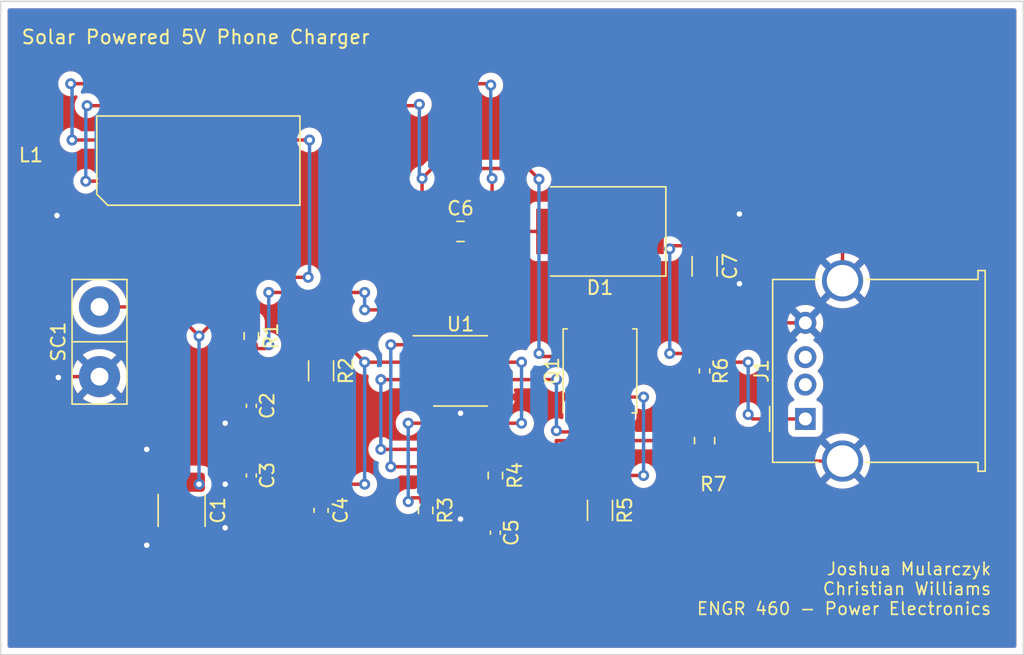
<source format=kicad_pcb>
(kicad_pcb (version 20211014) (generator pcbnew)
  (layers (0 "F.Cu" signal) (31 "B.Cu" signal) (34 "B.Paste" user) (35 "F.Paste" user) (36 "B.SilkS" user "B.Silkscreen") (37 "F.SilkS" user "F.Silkscreen") (38 "B.Mask" user) (39 "F.Mask" user) (44 "Edge.Cuts" user))
  (net 0 "")
  (net 1 "Net-(C4-Pad1)")
  (net 2 "Net-(C3-Pad1)")
  (net 3 "Net-(C5-Pad1)")
  (net 4 "GND")
  (net 5 "Net-(C1-Pad1)")
  (net 6 "Net-(C2-Pad1)")
  (net 7 "Net-(R3-Pad1)")
  (net 8 "Net-(R4-Pad1)")
  (net 9 "Net-(C7-Pad1)")
  (net 10 "Net-(R6-Pad2)")
  (net 11 "Net-(Q1-Pad5)")
  (net 12 "Net-(U1-Pad6)")
  (net 13 "Net-(C6-Pad2)")
  (footprint "SolarChargelibrary:SIP-2" (layer "F.Cu") (at 100.7 69 -90)
    (fp_text reference "SC1" (at 0 3 90) (layer "F.SilkS"))
    (fp_text value "Solar_Cell")
    (fp_line (start 4.54 -2) (end 4.54 2) (layer "F.SilkS") (width 0.12))
    (fp_line (start 0 -2) (end 0 2) (layer "F.SilkS") (width 0.12))
    (fp_line (start -4.54 -2) (end 4.54 -2) (layer "F.SilkS") (width 0.12))
    (fp_line (start -4.54 2) (end -4.54 -2) (layer "F.SilkS") (width 0.12))
    (fp_line (start 4.54 2) (end -4.54 2) (layer "F.SilkS") (width 0.12))
    (pad "1" thru_hole circle (at -2.54 0 270) (size 3 3) (drill 1.3) (layers *.Cu *.Mask) (net 5 "Net-(C1-Pad1)"))
    (pad "2" thru_hole circle (at 2.54 0 270) (size 3 3) (drill 1.3) (layers *.Cu *.Mask) (net 4 "GND"))
  )
  (footprint "Diode_SMD:D_SMC" (layer "F.Cu") (at 137.16 60.96 180)
    (fp_text reference "D1" (at 0 -4.1 180) (layer "F.SilkS"))
    (fp_text value "B340")
    (fp_line (start -4.8 3.25) (end -4.8 -3.25) (layer "F.SilkS") (width 0.12))
    (fp_line (start -4.8 3.25) (end 3.6 3.25) (layer "F.SilkS") (width 0.12))
    (fp_line (start -4.8 -3.25) (end 3.6 -3.25) (layer "F.SilkS") (width 0.12))
    (pad "1" smd rect (at -3.4 0 270) (size 3.3 2.5) (layers "F.Cu" "F.Paste" "F.Mask") (net 9 "Net-(C7-Pad1)"))
    (pad "2" smd rect (at 3.4 0 270) (size 3.3 2.5) (layers "F.Cu" "F.Paste" "F.Mask") (net 13 "Net-(C6-Pad2)"))
  )
  (footprint "Package_SO:SOIC-8_3.9x4.9mm_P1.27mm" (layer "F.Cu") (at 127 71.12)
    (fp_text reference "U1" (at 0 -3.4) (layer "F.SilkS"))
    (fp_text value "LM3478MA_NOPB")
    (fp_line (start 0 2.56) (end 1.95 2.56) (layer "F.SilkS") (width 0.12))
    (fp_line (start 0 2.56) (end -1.95 2.56) (layer "F.SilkS") (width 0.12))
    (fp_line (start 0 -2.56) (end -3.45 -2.56) (layer "F.SilkS") (width 0.12))
    (fp_line (start 0 -2.56) (end 1.95 -2.56) (layer "F.SilkS") (width 0.12))
    (pad "1" smd roundrect (at -2.475 -1.905) (size 1.95 0.6) (layers "F.Cu" "F.Paste" "F.Mask") (net 8 "Net-(R4-Pad1)"))
    (pad "2" smd roundrect (at -2.475 -0.635) (size 1.95 0.6) (layers "F.Cu" "F.Paste" "F.Mask") (net 1 "Net-(C4-Pad1)"))
    (pad "3" smd roundrect (at -2.475 0.635) (size 1.95 0.6) (layers "F.Cu" "F.Paste" "F.Mask") (net 10 "Net-(R6-Pad2)"))
    (pad "4" smd roundrect (at -2.475 1.905) (size 1.95 0.6) (layers "F.Cu" "F.Paste" "F.Mask") (net 4 "GND"))
    (pad "5" smd roundrect (at 2.475 1.905) (size 1.95 0.6) (layers "F.Cu" "F.Paste" "F.Mask") (net 4 "GND"))
    (pad "6" smd roundrect (at 2.475 0.635) (size 1.95 0.6) (layers "F.Cu" "F.Paste" "F.Mask") (net 12 "Net-(U1-Pad6)"))
    (pad "7" smd roundrect (at 2.475 -0.635) (size 1.95 0.6) (layers "F.Cu" "F.Paste" "F.Mask") (net 7 "Net-(R3-Pad1)"))
    (pad "8" smd roundrect (at 2.475 -1.905) (size 1.95 0.6) (layers "F.Cu" "F.Paste" "F.Mask") (net 6 "Net-(C2-Pad1)"))
  )
  (footprint "SolarChargelibrary:DRQ" (layer "F.Cu") (at 107.9 55.8)
    (fp_text reference "L1" (at -12.2 -0.4 180) (layer "F.SilkS"))
    (fp_text value "10u")
    (fp_line (start -6.6 3.25) (end -7.4 2.45) (layer "F.SilkS") (width 0.12))
    (fp_line (start 7.4 -3.25) (end 7.4 3.25) (layer "F.SilkS") (width 0.12))
    (fp_line (start -7.4 2.45) (end -7.4 -3.25) (layer "F.SilkS") (width 0.12))
    (fp_line (start 7.4 3.25) (end -6.6 3.25) (layer "F.SilkS") (width 0.12))
    (fp_line (start -7.4 -3.25) (end 7.4 -3.25) (layer "F.SilkS") (width 0.12))
    (pad "1" smd rect (at -4.975 1.5) (size 3.85 2.5) (layers "F.Cu" "F.Paste" "F.Mask") (net 11 "Net-(Q1-Pad5)"))
    (pad "2" smd rect (at -4.975 -1.5) (size 3.85 2.5) (layers "F.Cu" "F.Paste" "F.Mask") (net 13 "Net-(C6-Pad2)"))
    (pad "3" smd rect (at 4.975 -1.5) (size 3.85 2.5) (layers "F.Cu" "F.Paste" "F.Mask") (net 5 "Net-(C1-Pad1)"))
    (pad "4" smd rect (at 4.975 1.5) (size 3.85 2.5) (layers "F.Cu" "F.Paste" "F.Mask") (net 4 "GND"))
  )
  (footprint "Resistor_SMD:R_1206_3216Metric" (layer "F.Cu") (at 116.84 71.12 -90)
    (fp_text reference "R2" (at 0 -1.82 -90) (layer "F.SilkS"))
    (fp_text value "887")
    (fp_line (start -0.727064 0.91) (end 0.727064 0.91) (layer "F.SilkS") (width 0.12))
    (fp_line (start -0.727064 -0.91) (end 0.727064 -0.91) (layer "F.SilkS") (width 0.12))
    (pad "1" smd roundrect (at -1.4625 0 270) (size 1.125 1.75) (layers "F.Cu" "F.Paste" "F.Mask") (roundrect_rratio 0.222222) (net 1 "Net-(C4-Pad1)"))
    (pad "2" smd roundrect (at 1.4625 0 270) (size 1.125 1.75) (layers "F.Cu" "F.Paste" "F.Mask") (roundrect_rratio 0.222222) (net 2 "Net-(C3-Pad1)"))
  )
  (footprint "Resistor_SMD:R_0603_1608Metric" (layer "F.Cu") (at 124.46 81.28 -90)
    (fp_text reference "R3" (at 0 -1.43 -90) (layer "F.SilkS"))
    (fp_text value "51.1k")
    (fp_line (start -0.237258 0.5225) (end 0.237258 0.5225) (layer "F.SilkS") (width 0.12))
    (fp_line (start -0.237258 -0.5225) (end 0.237258 -0.5225) (layer "F.SilkS") (width 0.12))
    (pad "1" smd roundrect (at -0.825 0 270) (size 0.8 0.95) (layers "F.Cu" "F.Paste" "F.Mask") (net 7 "Net-(R3-Pad1)"))
    (pad "2" smd roundrect (at 0.825 0 270) (size 0.8 0.95) (layers "F.Cu" "F.Paste" "F.Mask") (net 4 "GND"))
  )
  (footprint "Capacitor_SMD:C_0805_2012Metric" (layer "F.Cu") (at 127 60.96)
    (fp_text reference "C6" (at 0 -1.68) (layer "F.SilkS"))
    (fp_text value "1u")
    (fp_line (start -0.261252 -0.735) (end 0.261252 -0.735) (layer "F.SilkS") (width 0.12))
    (fp_line (start -0.261252 0.735) (end 0.261252 0.735) (layer "F.SilkS") (width 0.12))
    (pad "1" smd roundrect (at -0.95 0) (size 1 1.45) (layers "F.Cu" "F.Paste" "F.Mask") (net 11 "Net-(Q1-Pad5)"))
    (pad "2" smd roundrect (at 0.95 0) (size 1 1.45) (layers "F.Cu" "F.Paste" "F.Mask") (net 13 "Net-(C6-Pad2)"))
  )
  (footprint "Resistor_SMD:R_0603_1608Metric" (layer "F.Cu") (at 129.54 78.74 -90)
    (fp_text reference "R4" (at 0 -1.43 -90) (layer "F.SilkS"))
    (fp_text value "100")
    (fp_line (start -0.237258 -0.5225) (end 0.237258 -0.5225) (layer "F.SilkS") (width 0.12))
    (fp_line (start -0.237258 0.5225) (end 0.237258 0.5225) (layer "F.SilkS") (width 0.12))
    (pad "1" smd roundrect (at -0.825 0 270) (size 0.8 0.95) (layers "F.Cu" "F.Paste" "F.Mask") (net 8 "Net-(R4-Pad1)"))
    (pad "2" smd roundrect (at 0.825 0 270) (size 0.8 0.95) (layers "F.Cu" "F.Paste" "F.Mask") (net 3 "Net-(C5-Pad1)"))
  )
  (footprint "Capacitor_SMD:C_0402_1005Metric" (layer "F.Cu") (at 111.76 78.74 -90)
    (fp_text reference "C3" (at 0 -1.16 -90) (layer "F.SilkS"))
    (fp_text value "82n")
    (fp_line (start -0.107836 0.36) (end 0.107836 0.36) (layer "F.SilkS") (width 0.12))
    (fp_line (start -0.107836 -0.36) (end 0.107836 -0.36) (layer "F.SilkS") (width 0.12))
    (pad "1" smd roundrect (at -0.48 0 270) (size 0.56 0.62) (layers "F.Cu" "F.Paste" "F.Mask") (net 2 "Net-(C3-Pad1)"))
    (pad "2" smd roundrect (at 0.48 0 270) (size 0.56 0.62) (layers "F.Cu" "F.Paste" "F.Mask") (net 4 "GND"))
  )
  (footprint "Capacitor_SMD:C_0402_1005Metric" (layer "F.Cu") (at 111.76 73.66 -90)
    (fp_text reference "C2" (at 0 -1.16 -90) (layer "F.SilkS"))
    (fp_text value "100n")
    (fp_line (start -0.107836 -0.36) (end 0.107836 -0.36) (layer "F.SilkS") (width 0.12))
    (fp_line (start -0.107836 0.36) (end 0.107836 0.36) (layer "F.SilkS") (width 0.12))
    (pad "1" smd roundrect (at -0.48 0 270) (size 0.56 0.62) (layers "F.Cu" "F.Paste" "F.Mask") (net 6 "Net-(C2-Pad1)"))
    (pad "2" smd roundrect (at 0.48 0 270) (size 0.56 0.62) (layers "F.Cu" "F.Paste" "F.Mask") (net 4 "GND"))
  )
  (footprint "Resistor_SMD:R_0603_1608Metric" (layer "F.Cu") (at 111.76 68.58 -90)
    (fp_text reference "R1" (at 0 -1.43 -90) (layer "F.SilkS"))
    (fp_text value "20")
    (fp_line (start -0.237258 0.5225) (end 0.237258 0.5225) (layer "F.SilkS") (width 0.12))
    (fp_line (start -0.237258 -0.5225) (end 0.237258 -0.5225) (layer "F.SilkS") (width 0.12))
    (pad "1" smd roundrect (at -0.825 0 270) (size 0.8 0.95) (layers "F.Cu" "F.Paste" "F.Mask") (net 5 "Net-(C1-Pad1)"))
    (pad "2" smd roundrect (at 0.825 0 270) (size 0.8 0.95) (layers "F.Cu" "F.Paste" "F.Mask") (net 6 "Net-(C2-Pad1)"))
  )
  (footprint "Resistor_SMD:R_0402_1005Metric" (layer "F.Cu") (at 144.78 71.12 -90)
    (fp_text reference "R6" (at 0 -1.17 -90) (layer "F.SilkS"))
    (fp_text value "29.4k")
    (fp_line (start -0.153641 -0.38) (end 0.153641 -0.38) (layer "F.SilkS") (width 0.12))
    (fp_line (start -0.153641 0.38) (end 0.153641 0.38) (layer "F.SilkS") (width 0.12))
    (pad "1" smd roundrect (at -0.51 0 270) (size 0.54 0.64) (layers "F.Cu" "F.Paste" "F.Mask") (net 9 "Net-(C7-Pad1)"))
    (pad "2" smd roundrect (at 0.51 0 270) (size 0.54 0.64) (layers "F.Cu" "F.Paste" "F.Mask") (net 10 "Net-(R6-Pad2)"))
  )
  (footprint "Capacitor_SMD:C_1812_4532Metric" (layer "F.Cu") (at 106.68 81.28 -90)
    (fp_text reference "C1" (at 0 -2.65 -90) (layer "F.SilkS"))
    (fp_text value "10u")
    (fp_line (start -1.161252 -1.71) (end 1.161252 -1.71) (layer "F.SilkS") (width 0.12))
    (fp_line (start -1.161252 1.71) (end 1.161252 1.71) (layer "F.SilkS") (width 0.12))
    (pad "1" smd roundrect (at -2.05 0 270) (size 1.4 3.4) (layers "F.Cu" "F.Paste" "F.Mask") (roundrect_rratio 0.178571) (net 5 "Net-(C1-Pad1)"))
    (pad "2" smd roundrect (at 2.05 0 270) (size 1.4 3.4) (layers "F.Cu" "F.Paste" "F.Mask") (roundrect_rratio 0.178571) (net 4 "GND"))
  )
  (footprint "Resistor_SMD:R_0805_2012Metric" (layer "F.Cu") (at 144.78 76.2 -90)
    (fp_text reference "R7" (at 3.175 -0.635 180) (layer "F.SilkS"))
    (fp_text value "10k")
    (fp_line (start -0.227064 0.735) (end 0.227064 0.735) (layer "F.SilkS") (width 0.12))
    (fp_line (start -0.227064 -0.735) (end 0.227064 -0.735) (layer "F.SilkS") (width 0.12))
    (pad "1" smd roundrect (at -0.9125 0 270) (size 1.025 1.4) (layers "F.Cu" "F.Paste" "F.Mask") (roundrect_rratio 0.243902439) (net 10 "Net-(R6-Pad2)"))
    (pad "2" smd roundrect (at 0.9125 0 270) (size 1.025 1.4) (layers "F.Cu" "F.Paste" "F.Mask") (roundrect_rratio 0.243902439) (net 4 "GND"))
  )
  (footprint "Package_TO_SOT_SMD:TDSON-8-1" (layer "F.Cu") (at 137.16 71.12 90)
    (fp_text reference "Q1" (at 0 -3.5 90) (layer "F.SilkS"))
    (fp_text value "CSD16410Q5A")
    (fp_line (start -3.06 2.335) (end -3.06 2.685) (layer "F.SilkS") (width 0.12))
    (fp_line (start 3.06 2.685) (end -3.06 2.685) (layer "F.SilkS") (width 0.12))
    (fp_line (start 3.06 -2.385) (end 3.06 -2.685) (layer "F.SilkS") (width 0.12))
    (fp_line (start 3.06 -2.685) (end -3.06 -2.685) (layer "F.SilkS") (width 0.12))
    (fp_line (start 3.06 2.385) (end 3.06 2.685) (layer "F.SilkS") (width 0.12))
    (pad "1" smd rect (at -2.9 -1.905 90) (size 0.85 0.5) (layers "F.Cu" "F.Paste" "F.Mask") (net 3 "Net-(C5-Pad1)"))
    (pad "2" smd rect (at -2.9 -0.635 90) (size 0.85 0.5) (layers "F.Cu" "F.Paste" "F.Mask") (net 3 "Net-(C5-Pad1)"))
    (pad "3" smd rect (at -2.9 0.635 90) (size 0.85 0.5) (layers "F.Cu" "F.Paste" "F.Mask") (net 3 "Net-(C5-Pad1)"))
    (pad "4" smd rect (at -2.9 1.905 90) (size 0.85 0.5) (layers "F.Cu" "F.Paste" "F.Mask") (net 12 "Net-(U1-Pad6)"))
    (pad "5" smd rect (at 1.05 0 90) (size 4.55 4.41) (layers "F.Cu") (net 11 "Net-(Q1-Pad5)"))
  )
  (footprint "Connector_USB:USB_A_Molex_67643_Horizontal" (layer "F.Cu") (at 152.12 74.62 90)
    (fp_text reference "J1" (at 3.5 -3.19 90) (layer "F.SilkS"))
    (fp_text value "USB_A")
    (fp_line (start 10.81 13.1) (end 10.81 12.58) (layer "F.SilkS") (width 0.12))
    (fp_line (start 10.81 12.58) (end 10.16 12.58) (layer "F.SilkS") (width 0.12))
    (fp_line (start -3.16 12.58) (end -3.81 12.58) (layer "F.SilkS") (width 0.12))
    (fp_line (start 10.16 -2.38) (end 10.16 0.95) (layer "F.SilkS") (width 0.12))
    (fp_line (start 10.16 4.47) (end 10.16 12.58) (layer "F.SilkS") (width 0.12))
    (fp_line (start -3.16 -2.38) (end 10.16 -2.38) (layer "F.SilkS") (width 0.12))
    (fp_line (start -0.9 -2.6) (end 0.9 -2.6) (layer "F.SilkS") (width 0.12))
    (fp_line (start -3.16 12.58) (end -3.16 4.47) (layer "F.SilkS") (width 0.12))
    (fp_line (start -3.16 -2.38) (end -3.16 0.95) (layer "F.SilkS") (width 0.12))
    (fp_line (start -3.81 13.1) (end 10.81 13.1) (layer "F.SilkS") (width 0.12))
    (fp_line (start -3.81 12.58) (end -3.81 13.1) (layer "F.SilkS") (width 0.12))
    (pad "1" thru_hole rect (at 0 0 90) (size 1.6 1.5) (drill 0.95) (layers *.Cu *.Mask) (net 9 "Net-(C7-Pad1)"))
    (pad "2" thru_hole circle (at 2.5 0 90) (size 1.6 1.6) (drill 0.95) (layers *.Cu *.Mask))
    (pad "3" thru_hole circle (at 4.5 0 90) (size 1.6 1.6) (drill 0.95) (layers *.Cu *.Mask))
    (pad "4" thru_hole circle (at 7 0 90) (size 1.6 1.6) (drill 0.95) (layers *.Cu *.Mask) (net 4 "GND"))
    (pad "5" thru_hole circle (at 10.07 2.71 90) (size 3 3) (drill 2.3) (layers *.Cu *.Mask) (net 4 "GND"))
    (pad "5" thru_hole circle (at -3.07 2.71 90) (size 3 3) (drill 2.3) (layers *.Cu *.Mask) (net 4 "GND"))
  )
  (footprint "Capacitor_SMD:C_1206_3216Metric" (layer "F.Cu") (at 144.78 63.5 -90)
    (fp_text reference "C7" (at 0 -1.85 -90) (layer "F.SilkS"))
    (fp_text value "47u")
    (fp_line (start -0.711252 -0.91) (end 0.711252 -0.91) (layer "F.SilkS") (width 0.12))
    (fp_line (start -0.711252 0.91) (end 0.711252 0.91) (layer "F.SilkS") (width 0.12))
    (pad "1" smd roundrect (at -1.475 0 270) (size 1.15 1.8) (layers "F.Cu" "F.Paste" "F.Mask") (roundrect_rratio 0.217391) (net 9 "Net-(C7-Pad1)"))
    (pad "2" smd roundrect (at 1.475 0 270) (size 1.15 1.8) (layers "F.Cu" "F.Paste" "F.Mask") (roundrect_rratio 0.217391) (net 4 "GND"))
  )
  (footprint "Capacitor_SMD:C_0402_1005Metric" (layer "F.Cu") (at 129.54 82.9075 -90)
    (fp_text reference "C5" (at 0 -1.16 -90) (layer "F.SilkS"))
    (fp_text value "1n")
    (fp_line (start -0.107836 0.36) (end 0.107836 0.36) (layer "F.SilkS") (width 0.12))
    (fp_line (start -0.107836 -0.36) (end 0.107836 -0.36) (layer "F.SilkS") (width 0.12))
    (pad "1" smd roundrect (at -0.48 0 270) (size 0.56 0.62) (layers "F.Cu" "F.Paste" "F.Mask") (net 3 "Net-(C5-Pad1)"))
    (pad "2" smd roundrect (at 0.48 0 270) (size 0.56 0.62) (layers "F.Cu" "F.Paste" "F.Mask") (net 4 "GND"))
  )
  (footprint "Capacitor_SMD:C_0603_1608Metric" (layer "F.Cu") (at 116.84 81.28 -90)
    (fp_text reference "C4" (at 0 -1.43 -90) (layer "F.SilkS"))
    (fp_text value "200p")
    (fp_line (start -0.14058 -0.51) (end 0.14058 -0.51) (layer "F.SilkS") (width 0.12))
    (fp_line (start -0.14058 0.51) (end 0.14058 0.51) (layer "F.SilkS") (width 0.12))
    (pad "1" smd roundrect (at -0.775 0 270) (size 0.9 0.95) (layers "F.Cu" "F.Paste" "F.Mask") (net 1 "Net-(C4-Pad1)"))
    (pad "2" smd roundrect (at 0.775 0 270) (size 0.9 0.95) (layers "F.Cu" "F.Paste" "F.Mask") (net 4 "GND"))
  )
  (footprint "Resistor_SMD:R_1206_3216Metric" (layer "F.Cu") (at 137.16 81.28 -90)
    (fp_text reference "R5" (at 0 -1.82 -90) (layer "F.SilkS"))
    (fp_text value "25m")
    (fp_line (start -0.727064 0.91) (end 0.727064 0.91) (layer "F.SilkS") (width 0.12))
    (fp_line (start -0.727064 -0.91) (end 0.727064 -0.91) (layer "F.SilkS") (width 0.12))
    (pad "1" smd roundrect (at -1.4625 0 270) (size 1.125 1.75) (layers "F.Cu" "F.Paste" "F.Mask") (roundrect_rratio 0.222222) (net 3 "Net-(C5-Pad1)"))
    (pad "2" smd roundrect (at 1.4625 0 270) (size 1.125 1.75) (layers "F.Cu" "F.Paste" "F.Mask") (roundrect_rratio 0.222222) (net 4 "GND"))
  )
  (gr_rect (start 168 91.8) (end 93.5 44.2) (layer "Edge.Cuts") (width 0.1) (fill none))
  (gr_text "Solar Powered 5V Phone Charger" (at 107.7 46.8) (layer "F.SilkS") (effects (font (size 1 1))))
  (gr_text "Joshua Mularczyk\nChristian Williams\nENGR 460 - Power Electronics" (at 165.735 86.995) (layer "F.SilkS") (effects (font (size 0.9 0.9) (thickness 0.125)) (justify right)))
  (segment (start 120.015 70.485) (end 118.05 68.52) (width 0.25) (layer "F.Cu") (net 1))
  (segment (start 117.0725 79.375) (end 120.015 79.375) (width 0.25) (layer "F.Cu") (net 1))
  (segment (start 120.015 70.485) (end 124.525 70.485) (width 0.25) (layer "F.Cu") (net 1))
  (segment (start 116.84 79.1425) (end 117.0725 79.375) (width 0.25) (layer "F.Cu") (net 1))
  (segment (start 118.05 68.52) (end 116.84 68.52) (width 0.25) (layer "F.Cu") (net 1))
  (segment (start 116.84 80.505) (end 116.84 79.1425) (width 0.25) (layer "F.Cu") (net 1))
  (segment (start 116.84 69.6575) (end 116.84 68.52) (width 0.25) (layer "F.Cu") (net 1))
  (via (at 120.015 70.485) (size 0.8) (drill 0.4) (layers "F.Cu" "B.Cu") (net 1))
  (via (at 120.015 79.375) (size 0.8) (drill 0.4) (layers "F.Cu" "B.Cu") (net 1))
  (segment (start 120.015 79.375) (end 120.015 70.485) (width 0.25) (layer "B.Cu") (net 1))
  (segment (start 116.4325 77.8775) (end 111.76 77.8775) (width 0.25) (layer "F.Cu") (net 2))
  (segment (start 116.84 72.5825) (end 116.84 77.47) (width 0.25) (layer "F.Cu") (net 2))
  (segment (start 116.84 77.47) (end 116.4325 77.8775) (width 0.25) (layer "F.Cu") (net 2))
  (segment (start 137.1 78.74) (end 130.81 78.74) (width 0.25) (layer "F.Cu") (net 3))
  (segment (start 136.525 73.025) (end 136.525 74.02) (width 0.25) (layer "F.Cu") (net 3))
  (segment (start 136.525 74.02) (end 135.255 74.02) (width 0.25) (layer "F.Cu") (net 3))
  (segment (start 137.16 78.68) (end 137.1 78.74) (width 0.25) (layer "F.Cu") (net 3))
  (segment (start 137.16 79.8175) (end 137.16 78.8) (width 0.25) (layer "F.Cu") (net 3))
  (segment (start 140.335 73.025) (end 136.525 73.025) (width 0.25) (layer "F.Cu") (net 3))
  (segment (start 130.81 80.01) (end 129.8975 80.01) (width 0.25) (layer "F.Cu") (net 3))
  (segment (start 137.16 78.68) (end 137.22 78.74) (width 0.25) (layer "F.Cu") (net 3))
  (segment (start 129.8975 80.01) (end 129.54 79.6525) (width 0.25) (layer "F.Cu") (net 3))
  (segment (start 129.54 79.6525) (end 129.54 82.045) (width 0.25) (layer "F.Cu") (net 3))
  (segment (start 137.16 78.8) (end 137.22 78.74) (width 0.25) (layer "F.Cu") (net 3))
  (segment (start 130.81 78.74) (end 130.81 80.01) (width 0.25) (layer "F.Cu") (net 3))
  (segment (start 137.22 78.74) (end 140.335 78.74) (width 0.25) (layer "F.Cu") (net 3))
  (segment (start 137.795 74.02) (end 136.525 74.02) (width 0.25) (layer "F.Cu") (net 3))
  (via (at 140.335 78.74) (size 0.8) (drill 0.4) (layers "F.Cu" "B.Cu") (net 3))
  (via (at 140.335 73.025) (size 0.8) (drill 0.4) (layers "F.Cu" "B.Cu") (net 3))
  (segment (start 140.335 78.74) (end 140.335 73.025) (width 0.25) (layer "B.Cu") (net 3))
  (segment (start 154.83 77.69) (end 145.3575 77.69) (width 0.25) (layer "F.Cu") (net 4))
  (segment (start 110.2625 74.5225) (end 109.855 74.93) (width 0.25) (layer "F.Cu") (net 4))
  (segment (start 154.94 59.69) (end 154.83 59.8) (width 0.25) (layer "F.Cu") (net 4))
  (segment (start 109.855 79.375) (end 111.5325 79.375) (width 0.25) (layer "F.Cu") (net 4))
  (segment (start 137.16 83.66) (end 137.05 83.77) (width 0.25) (layer "F.Cu") (net 4))
  (segment (start 112.875 59.775) (end 112.9 59.8) (width 0.25) (layer "F.Cu") (net 4))
  (segment (start 137.16 83.88) (end 138.0125 83.88) (width 0.25) (layer "F.Cu") (net 4))
  (segment (start 152.12 67.62) (end 150.17 67.62) (width 0.25) (layer "F.Cu") (net 4))
  (segment (start 154.83 64.55) (end 156.845 66.565) (width 0.25) (layer "F.Cu") (net 4))
  (segment (start 154.83 59.8) (end 154.83 64.55) (width 0.25) (layer "F.Cu") (net 4))
  (segment (start 106.68 82.78) (end 109.625 82.78) (width 0.25) (layer "F.Cu") (net 4))
  (segment (start 129.54 73.09) (end 129.475 73.025) (width 0.25) (layer "F.Cu") (net 4))
  (segment (start 123.235 83.4175) (end 124.46 82.1925) (width 0.25) (layer "F.Cu") (net 4))
  (segment (start 156.845 66.565) (end 156.845 75.675) (width 0.25) (layer "F.Cu") (net 4))
  (segment (start 97.7 71.6) (end 97.76 71.54) (width 0.25) (layer "F.Cu") (net 4))
  (segment (start 124.46 74.295) (end 127 74.295) (width 0.25) (layer "F.Cu") (net 4))
  (segment (start 137.05 83.77) (end 137.16 83.88) (width 0.25) (layer "F.Cu") (net 4))
  (segment (start 129.54 83.77) (end 137.05 83.77) (width 0.25) (layer "F.Cu") (net 4))
  (segment (start 145.3575 77.69) (end 144.78 77.1125) (width 0.25) (layer "F.Cu") (net 4))
  (segment (start 127 74.295) (end 127 74.2055) (width 0.25) (layer "F.Cu") (net 4))
  (segment (start 111.5325 79.375) (end 111.76 79.6025) (width 0.25) (layer "F.Cu") (net 4))
  (segment (start 104.14 74.98) (end 104.14 76.835) (width 0.25) (layer "F.Cu") (net 4))
  (segment (start 127 74.295) (end 129.54 74.295) (width 0.25) (layer "F.Cu") (net 4))
  (segment (start 97.76 71.54) (end 100.7 71.54) (width 0.25) (layer "F.Cu") (net 4))
  (segment (start 111.76 83.185) (end 111.9925 83.4175) (width 0.25) (layer "F.Cu") (net 4))
  (segment (start 116.84 83.4175) (end 123.235 83.4175) (width 0.25) (layer "F.Cu") (net 4))
  (segment (start 109.625 82.78) (end 109.855 82.55) (width 0.25) (layer "F.Cu") (net 4))
  (segment (start 126.0375 83.77) (end 124.46 82.1925) (width 0.25) (layer "F.Cu") (net 4))
  (segment (start 129.54 83.77) (end 126.0375 83.77) (width 0.25) (layer "F.Cu") (net 4))
  (segment (start 111.76 79.6025) (end 111.76 83.185) (width 0.25) (layer "F.Cu") (net 4))
  (segment (start 106.68 83.82) (end 106.68 82.78) (width 0.25) (layer "F.Cu") (net 4))
  (segment (start 150.17 67.62) (end 147.32 64.77) (width 0.25) (layer "F.Cu") (net 4))
  (segment (start 129.54 83.3875) (end 129.54 83.44) (width 0.25) (layer "F.Cu") (net 4))
  (segment (start 112.9 59.8) (end 97.6 59.8) (width 0.25) (layer "F.Cu") (net 4))
  (segment (start 137.16 82.7425) (end 137.16 83.66) (width 0.25) (layer "F.Cu") (net 4))
  (segment (start 156.845 75.675) (end 154.83 77.69) (width 0.25) (layer "F.Cu") (net 4))
  (segment (start 124.525 73.025) (end 124.525 74.23) (width 0.25) (layer "F.Cu") (net 4))
  (segment (start 124.7375 81.915) (end 124.46 82.1925) (width 0.25) (layer "F.Cu") (net 4))
  (segment (start 138.0125 83.88) (end 144.78 77.1125) (width 0.25) (layer "F.Cu") (net 4))
  (segment (start 112.875 57.3) (end 112.875 59.775) (width 0.25) (layer "F.Cu") (net 4))
  (segment (start 147.09 65) (end 147.32 64.77) (width 0.25) (layer "F.Cu") (net 4))
  (segment (start 116.84 82.055) (end 116.84 83.4175) (width 0.25) (layer "F.Cu") (net 4))
  (segment (start 111.76 74.5225) (end 110.2625 74.5225) (width 0.25) (layer "F.Cu") (net 4))
  (segment (start 124.525 74.23) (end 124.46 74.295) (width 0.25) (layer "F.Cu") (net 4))
  (segment (start 129.54 83.44) (end 129.6 83.5) (width 0.25) (layer "F.Cu") (net 4))
  (segment (start 111.9925 83.4175) (end 116.84 83.4175) (width 0.25) (layer "F.Cu") (net 4))
  (segment (start 127 81.915) (end 124.7375 81.915) (width 0.25) (layer "F.Cu") (net 4))
  (segment (start 129.54 74.295) (end 129.54 73.09) (width 0.25) (layer "F.Cu") (net 4))
  (segment (start 104.14 83.82) (end 106.68 83.82) (width 0.25) (layer "F.Cu") (net 4))
  (segment (start 144.78 65) (end 147.09 65) (width 0.25) (layer "F.Cu") (net 4))
  (segment (start 147.32 59.69) (end 154.94 59.69) (width 0.25) (layer "F.Cu") (net 4))
  (segment (start 100.7 71.54) (end 104.14 74.98) (width 0.25) (layer "F.Cu") (net 4))
  (via (at 127 81.915) (size 0.8) (drill 0.4) (layers "F.Cu" "B.Cu") (net 4))
  (via (at 127 74.2055) (size 0.8) (drill 0.4) (layers "F.Cu" "B.Cu") (net 4))
  (via (at 97.7 71.6) (size 0.8) (drill 0.4) (layers "F.Cu" "B.Cu") (net 4))
  (via (at 97.6 59.8) (size 0.8) (drill 0.4) (layers "F.Cu" "B.Cu") (net 4))
  (via (at 147.32 64.77) (size 0.8) (drill 0.4) (layers "F.Cu" "B.Cu") (net 4))
  (via (at 104.14 76.835) (size 0.8) (drill 0.4) (layers "F.Cu" "B.Cu") (net 4))
  (via (at 147.32 59.69) (size 0.8) (drill 0.4) (layers "F.Cu" "B.Cu") (net 4))
  (via (at 109.855 74.93) (size 0.8) (drill 0.4) (layers "F.Cu" "B.Cu") (net 4))
  (via (at 109.855 79.375) (size 0.8) (drill 0.4) (layers "F.Cu" "B.Cu") (net 4))
  (via (at 104.14 83.82) (size 0.8) (drill 0.4) (layers "F.Cu" "B.Cu") (net 4))
  (via (at 109.855 82.55) (size 0.8) (drill 0.4) (layers "F.Cu" "B.Cu") (net 4))
  (segment (start 147.32 64.77) (end 147.32 59.69) (width 0.25) (layer "B.Cu") (net 4))
  (segment (start 104.14 83.82) (end 104.14 76.835) (width 0.25) (layer "B.Cu") (net 4))
  (segment (start 127 74.2055) (end 127 81.915) (width 0.25) (layer "B.Cu") (net 4))
  (segment (start 109.855 82.55) (end 109.855 79.375) (width 0.25) (layer "B.Cu") (net 4))
  (segment (start 97.6 71.5) (end 97.7 71.6) (width 0.25) (layer "B.Cu") (net 4))
  (segment (start 97.6 59.8) (end 97.6 71.5) (width 0.25) (layer "B.Cu") (net 4))
  (segment (start 109.855 74.93) (end 109.855 79.375) (width 0.25) (layer "B.Cu") (net 4))
  (segment (start 100.7 66.46) (end 105.83 66.46) (width 0.25) (layer "F.Cu") (net 5))
  (segment (start 106.68 79.78) (end 107.545 79.78) (width 0.25) (layer "F.Cu") (net 5))
  (segment (start 112.875 54.3) (end 116 54.3) (width 0.25) (layer "F.Cu") (net 5))
  (segment (start 105.83 66.46) (end 107.95 68.58) (width 0.25) (layer "F.Cu") (net 5))
  (segment (start 108.8625 67.6675) (end 107.95 68.58) (width 0.25) (layer "F.Cu") (net 5))
  (segment (start 111.6 67.5075) (end 111.76 67.6675) (width 0.25) (layer "F.Cu") (net 5))
  (segment (start 111.76 67.6675) (end 108.8625 67.6675) (width 0.25) (layer "F.Cu") (net 5))
  (segment (start 115.9 64.3) (end 111.6 64.3) (width 0.25) (layer "F.Cu") (net 5))
  (segment (start 111.6 64.3) (end 111.6 67.5075) (width 0.25) (layer "F.Cu") (net 5))
  (segment (start 107.545 79.78) (end 107.95 79.375) (width 0.25) (layer "F.Cu") (net 5))
  (via (at 116 54.3) (size 0.8) (drill 0.4) (layers "F.Cu" "B.Cu") (net 5))
  (via (at 115.9 64.3) (size 0.8) (drill 0.4) (layers "F.Cu" "B.Cu") (net 5))
  (via (at 107.95 79.375) (size 0.8) (drill 0.4) (layers "F.Cu" "B.Cu") (net 5))
  (via (at 107.95 68.58) (size 0.8) (drill 0.4) (layers "F.Cu" "B.Cu") (net 5))
  (segment (start 107.95 79.375) (end 107.95 68.58) (width 0.25) (layer "B.Cu") (net 5))
  (segment (start 116 54.3) (end 116 64.2) (width 0.25) (layer "B.Cu") (net 5))
  (segment (start 116 64.2) (end 115.9 64.3) (width 0.25) (layer "B.Cu") (net 5))
  (segment (start 120.015 66.675) (end 129.54 66.675) (width 0.25) (layer "F.Cu") (net 6))
  (segment (start 111.76 69.4925) (end 111.76 72.7975) (width 0.25) (layer "F.Cu") (net 6))
  (segment (start 113.03 65.405) (end 120.015 65.405) (width 0.25) (layer "F.Cu") (net 6))
  (segment (start 112.7525 69.4925) (end 113.03 69.215) (width 0.25) (layer "F.Cu") (net 6))
  (segment (start 129.54 66.675) (end 129.54 69.15) (width 0.25) (layer "F.Cu") (net 6))
  (segment (start 111.76 69.4925) (end 112.7525 69.4925) (width 0.25) (layer "F.Cu") (net 6))
  (segment (start 129.54 69.15) (end 129.475 69.215) (width 0.25) (layer "F.Cu") (net 6))
  (via (at 120.015 65.405) (size 0.8) (drill 0.4) (layers "F.Cu" "B.Cu") (net 6))
  (via (at 113.03 69.215) (size 0.8) (drill 0.4) (layers "F.Cu" "B.Cu") (net 6))
  (via (at 120.015 66.675) (size 0.8) (drill 0.4) (layers "F.Cu" "B.Cu") (net 6))
  (via (at 113.03 65.405) (size 0.8) (drill 0.4) (layers "F.Cu" "B.Cu") (net 6))
  (segment (start 113.03 69.215) (end 113.03 65.405) (width 0.25) (layer "B.Cu") (net 6))
  (segment (start 120.015 65.405) (end 120.015 66.675) (width 0.25) (layer "B.Cu") (net 6))
  (segment (start 123.4675 80.3675) (end 123.19 80.645) (width 0.25) (layer "F.Cu") (net 7))
  (segment (start 123.19 74.93) (end 131.445 74.93) (width 0.25) (layer "F.Cu") (net 7))
  (segment (start 131.445 70.485) (end 129.475 70.485) (width 0.25) (layer "F.Cu") (net 7))
  (segment (start 124.46 80.3675) (end 123.4675 80.3675) (width 0.25) (layer "F.Cu") (net 7))
  (via (at 123.19 74.93) (size 0.8) (drill 0.4) (layers "F.Cu" "B.Cu") (net 7))
  (via (at 131.445 70.485) (size 0.8) (drill 0.4) (layers "F.Cu" "B.Cu") (net 7))
  (via (at 131.445 74.93) (size 0.8) (drill 0.4) (layers "F.Cu" "B.Cu") (net 7))
  (via (at 123.19 80.645) (size 0.8) (drill 0.4) (layers "F.Cu" "B.Cu") (net 7))
  (segment (start 131.445 74.93) (end 131.445 70.485) (width 0.25) (layer "B.Cu") (net 7))
  (segment (start 123.19 80.645) (end 123.19 74.93) (width 0.25) (layer "B.Cu") (net 7))
  (segment (start 124.525 69.215) (end 121.92 69.215) (width 0.25) (layer "F.Cu") (net 8))
  (segment (start 121.92 78.105) (end 129.2625 78.105) (width 0.25) (layer "F.Cu") (net 8))
  (segment (start 129.2625 78.105) (end 129.54 77.8275) (width 0.25) (layer "F.Cu") (net 8))
  (via (at 121.92 69.215) (size 0.8) (drill 0.4) (layers "F.Cu" "B.Cu") (net 8))
  (via (at 121.92 78.105) (size 0.8) (drill 0.4) (layers "F.Cu" "B.Cu") (net 8))
  (segment (start 121.92 69.215) (end 121.92 78.105) (width 0.25) (layer "B.Cu") (net 8))
  (segment (start 152.12 74.62) (end 148.28 74.62) (width 0.25) (layer "F.Cu") (net 9))
  (segment (start 142.47 62) (end 142.24 62.23) (width 0.25) (layer "F.Cu") (net 9))
  (segment (start 142.24 69.85) (end 144.4225 69.85) (width 0.25) (layer "F.Cu") (net 9))
  (segment (start 139.31 60.96) (end 143.74 60.96) (width 0.25) (layer "F.Cu") (net 9))
  (segment (start 144.78 62) (end 142.47 62) (width 0.25) (layer "F.Cu") (net 9))
  (segment (start 147.955 70.485) (end 145.0575 70.485) (width 0.25) (layer "F.Cu") (net 9))
  (segment (start 144.98625 70.41375) (end 144.78 70.2075) (width 0.25) (layer "F.Cu") (net 9))
  (segment (start 148.28 74.62) (end 147.955 74.295) (width 0.25) (layer "F.Cu") (net 9))
  (segment (start 144.78 70.61) (end 144.79 70.61) (width 0.25) (layer "F.Cu") (net 9))
  (segment (start 144.79 70.61) (end 144.98625 70.41375) (width 0.25) (layer "F.Cu") (net 9))
  (segment (start 143.74 60.96) (end 144.78 62) (width 0.25) (layer "F.Cu") (net 9))
  (segment (start 144.4225 69.85) (end 144.78 70.2075) (width 0.25) (layer "F.Cu") (net 9))
  (segment (start 145.0575 70.485) (end 144.98625 70.41375) (width 0.25) (layer "F.Cu") (net 9))
  (via (at 142.24 62.23) (size 0.8) (drill 0.4) (layers "F.Cu" "B.Cu") (net 9))
  (via (at 147.955 70.485) (size 0.8) (drill 0.4) (layers "F.Cu" "B.Cu") (net 9))
  (via (at 142.24 69.85) (size 0.8) (drill 0.4) (layers "F.Cu" "B.Cu") (net 9))
  (via (at 147.955 74.295) (size 0.8) (drill 0.4) (layers "F.Cu" "B.Cu") (net 9))
  (segment (start 142.24 62.23) (end 142.24 69.85) (width 0.25) (layer "B.Cu") (net 9))
  (segment (start 147.955 74.295) (end 147.955 70.485) (width 0.25) (layer "B.Cu") (net 9))
  (segment (start 133.985 76.2) (end 143.8675 76.2) (width 0.25) (layer "F.Cu") (net 10))
  (segment (start 144.78 71.63) (end 144.78 75.2875) (width 0.25) (layer "F.Cu") (net 10))
  (segment (start 133.985 76.835) (end 133.985 76.2) (width 0.25) (layer "F.Cu") (net 10))
  (segment (start 143.8675 76.2) (end 144.78 75.2875) (width 0.25) (layer "F.Cu") (net 10))
  (segment (start 121.1955 76.835) (end 133.985 76.835) (width 0.25) (layer "F.Cu") (net 10))
  (segment (start 124.525 71.755) (end 121.1955 71.755) (width 0.25) (layer "F.Cu") (net 10))
  (via (at 121.1955 71.755) (size 0.8) (drill 0.4) (layers "F.Cu" "B.Cu") (net 10))
  (via (at 121.1955 76.835) (size 0.8) (drill 0.4) (layers "F.Cu" "B.Cu") (net 10))
  (segment (start 121.1955 71.755) (end 121.1955 76.835) (width 0.25) (layer "B.Cu") (net 10))
  (segment (start 137.16 70.07) (end 132.935 70.07) (width 0.25) (layer "F.Cu") (net 11))
  (segment (start 124.2 60.7975) (end 124.3625 60.96) (width 0.25) (layer "F.Cu") (net 11))
  (segment (start 124.2 57.1) (end 124.2 60.7975) (width 0.25) (layer "F.Cu") (net 11))
  (segment (start 102.925 57.3) (end 99.7 57.3) (width 0.25) (layer "F.Cu") (net 11))
  (segment (start 126.05 60.96) (end 124.3625 60.96) (width 0.25) (layer "F.Cu") (net 11))
  (segment (start 123.9 51.8) (end 124 51.7) (width 0.25) (layer "F.Cu") (net 11))
  (segment (start 132.935 70.07) (end 132.715 69.85) (width 0.25) (layer "F.Cu") (net 11))
  (segment (start 124.924511 56.375489) (end 131.940489 56.375489) (width 0.25) (layer "F.Cu") (net 11))
  (segment (start 131.940489 56.375489) (end 132.715 57.15) (width 0.25) (layer "F.Cu") (net 11))
  (segment (start 99.8 51.8) (end 123.9 51.8) (width 0.25) (layer "F.Cu") (net 11))
  (segment (start 124.2 57.1) (end 124.924511 56.375489) (width 0.25) (layer "F.Cu") (net 11))
  (via (at 132.715 69.85) (size 0.8) (drill 0.4) (layers "F.Cu" "B.Cu") (net 11))
  (via (at 132.715 57.15) (size 0.8) (drill 0.4) (layers "F.Cu" "B.Cu") (net 11))
  (via (at 124 51.7) (size 0.8) (drill 0.4) (layers "F.Cu" "B.Cu") (net 11))
  (via (at 99.8 51.8) (size 0.8) (drill 0.4) (layers "F.Cu" "B.Cu") (net 11))
  (via (at 99.7 57.3) (size 0.8) (drill 0.4) (layers "F.Cu" "B.Cu") (net 11))
  (via (at 124.2 57.1) (size 0.8) (drill 0.4) (layers "F.Cu" "B.Cu") (net 11))
  (segment (start 124 51.7) (end 124 56.9) (width 0.25) (layer "B.Cu") (net 11))
  (segment (start 132.715 69.85) (end 132.715 57.15) (width 0.25) (layer "B.Cu") (net 11))
  (segment (start 99.7 57.3) (end 99.7 51.9) (width 0.25) (layer "B.Cu") (net 11))
  (segment (start 124 56.9) (end 124.2 57.1) (width 0.25) (layer "B.Cu") (net 11))
  (segment (start 99.7 51.9) (end 99.8 51.8) (width 0.25) (layer "B.Cu") (net 11))
  (segment (start 139.065 75.565) (end 139.065 74.02) (width 0.25) (layer "F.Cu") (net 12))
  (segment (start 134.0745 75.565) (end 139.065 75.565) (width 0.25) (layer "F.Cu") (net 12))
  (segment (start 133.985 75.4755) (end 134.0745 75.565) (width 0.25) (layer "F.Cu") (net 12))
  (segment (start 129.475 71.755) (end 133.985 71.755) (width 0.25) (layer "F.Cu") (net 12))
  (via (at 133.985 71.755) (size 0.8) (drill 0.4) (layers "F.Cu" "B.Cu") (net 12))
  (via (at 133.985 75.4755) (size 0.8) (drill 0.4) (layers "F.Cu" "B.Cu") (net 12))
  (segment (start 133.985 71.755) (end 133.985 75.4755) (width 0.25) (layer "B.Cu") (net 12))
  (segment (start 98.6 50.2) (end 129.1 50.2) (width 0.25) (layer "F.Cu") (net 13))
  (segment (start 129.3 60.6225) (end 129.6375 60.96) (width 0.25) (layer "F.Cu") (net 13))
  (segment (start 129.1 50.2) (end 129.2 50.3) (width 0.25) (layer "F.Cu") (net 13))
  (segment (start 135.01 60.96) (end 129.6375 60.96) (width 0.25) (layer "F.Cu") (net 13))
  (segment (start 127.95 60.96) (end 128.9625 60.96) (width 0.25) (layer "F.Cu") (net 13))
  (segment (start 102.925 54.3) (end 98.7 54.3) (width 0.25) (layer "F.Cu") (net 13))
  (segment (start 129.3 57.1) (end 129.3 60.6225) (width 0.25) (layer "F.Cu") (net 13))
  (segment (start 128.9625 60.96) (end 129.3 60.6225) (width 0.25) (layer "F.Cu") (net 13))
  (via (at 129.2 50.3) (size 0.8) (drill 0.4) (layers "F.Cu" "B.Cu") (net 13))
  (via (at 98.7 54.3) (size 0.8) (drill 0.4) (layers "F.Cu" "B.Cu") (net 13))
  (via (at 129.3 57.1) (size 0.8) (drill 0.4) (layers "F.Cu" "B.Cu") (net 13))
  (via (at 98.6 50.2) (size 0.8) (drill 0.4) (layers "F.Cu" "B.Cu") (net 13))
  (segment (start 98.7 50.3) (end 98.6 50.2) (width 0.25) (layer "B.Cu") (net 13))
  (segment (start 129.2 50.3) (end 129.2 57) (width 0.25) (layer "B.Cu") (net 13))
  (segment (start 129.2 57) (end 129.3 57.1) (width 0.25) (layer "B.Cu") (net 13))
  (segment (start 98.7 54.3) (end 98.7 50.3) (width 0.25) (layer "B.Cu") (net 13))
  (zone (net 4) (net_name "GND") (layers F&B.Cu) (connect_pads (clearance 0.508)) (min_thickness 0.254) (fill yes (thermal_gap 0.508) (thermal_bridge_width 0.508))
    (polygon (pts (xy 167.8 91.7) (xy 93.5 91.7) (xy 93.6 44.3) (xy 168 44.1)))
  )
)
</source>
